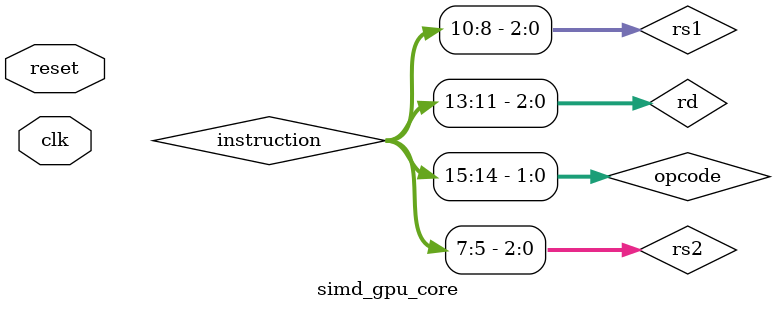
<source format=sv>
module simd_alu #(
    parameter LANES = 4
)(
    input  wire               clk,
    input  wire               reset,
    input  wire [1:0]         op,
    input  wire [32*LANES-1:0] a,
    input  wire [32*LANES-1:0] b,
    output reg  [32*LANES-1:0] result
);

integer i;

always @(posedge clk) begin
    if (reset)
        result <= 0;
    else begin
        for (i = 0; i < LANES; i = i + 1) begin
            case (op)
                2'b00: result[i*32 +: 32] <= a[i*32 +: 32] + b[i*32 +: 32];
                2'b01: result[i*32 +: 32] <= a[i*32 +: 32] * b[i*32 +: 32];
                default: result[i*32 +: 32] <= 32'd0;
            endcase
        end
    end
end

endmodule


// =====================================================
// VECTOR REGISTER FILE
// =====================================================
module vector_regfile #(
    parameter LANES = 4,
    parameter REGS  = 8
)(
    input  wire               clk,
    input  wire               we,
    input  wire [2:0]         waddr,
    input  wire [32*LANES-1:0] wdata,
    input  wire [2:0]         raddr_a,
    input  wire [2:0]         raddr_b,
    output wire [32*LANES-1:0] rdata_a,
    output wire [32*LANES-1:0] rdata_b
);

reg [32*LANES-1:0] regs [0:REGS-1];

// preload registers
initial begin
    regs[1] = {32'd4, 32'd3, 32'd2, 32'd1};
    regs[2] = {32'd40, 32'd30, 32'd20, 32'd10};
end

always @(posedge clk)
    if (we)
        regs[waddr] <= wdata;

assign rdata_a = regs[raddr_a];
assign rdata_b = regs[raddr_b];

endmodule


// =====================================================
// GPU CORE WITH PC + INSTRUCTION MEMORY
// =====================================================
module simd_gpu_core #(
    parameter LANES = 4
)(
    input  wire clk,
    input  wire reset
);

// ---------------- PC ----------------
reg [3:0] pc;

// ---------------- Instruction ROM ----------------
// format:
// [15:14] opcode
// [13:11] rd
// [10:8]  rs1
// [7:5]   rs2

reg [15:0] imem [0:7];

initial begin
    imem[0] = {2'b00, 3'd3, 3'd1, 3'd2, 5'b0}; // ADD R3 = R1 + R2
    imem[1] = {2'b01, 3'd4, 3'd1, 3'd2, 5'b0}; // MUL R4 = R1 * R2
    imem[2] = 16'h0000; // NOP
end

wire [15:0] instruction = imem[pc];

// ---------------- Decode ----------------
wire [1:0] opcode = instruction[15:14];
wire [2:0] rd     = instruction[13:11];
wire [2:0] rs1    = instruction[10:8];
wire [2:0] rs2    = instruction[7:5];

// ---------------- Register File ----------------
wire [32*LANES-1:0] reg_a, reg_b, alu_result;

vector_regfile rf (
    .clk(clk),
    .we(!reset),
    .waddr(rd),
    .wdata(alu_result),
    .raddr_a(rs1),
    .raddr_b(rs2),
    .rdata_a(reg_a),
    .rdata_b(reg_b)
);

// ---------------- ALU ----------------
simd_alu alu (
    .clk(clk),
    .reset(reset),
    .op(opcode),
    .a(reg_a),
    .b(reg_b),
    .result(alu_result)
);

// ---------------- PC update ----------------
always @(posedge clk)
    if (reset)
        pc <= 0;
    else
        pc <= pc + 1;

endmodule

</source>
